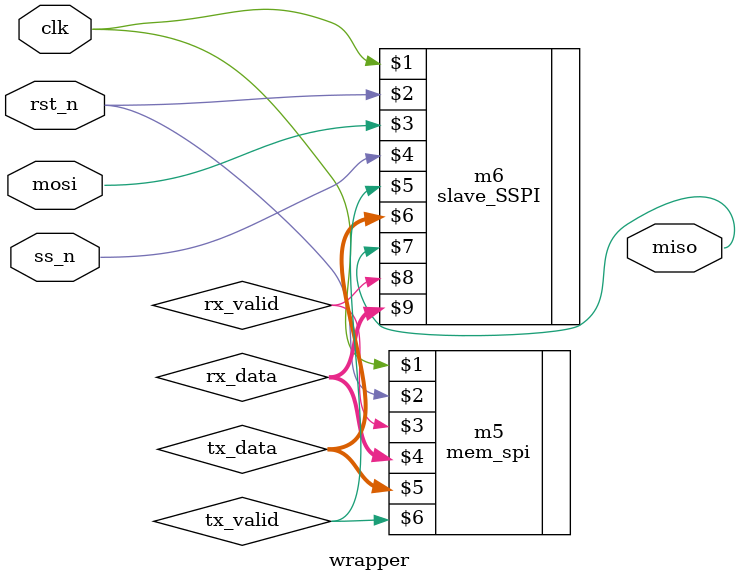
<source format=v>
module wrapper (mosi,ss_n,clk,rst_n,miso);

input mosi,ss_n,clk,rst_n;

output miso;

wire [9:0]rx_data ;
wire rx_valid,tx_valid;
wire [7:0]tx_data;

mem_spi m5(clk,rst_n,rx_valid,rx_data,tx_data,tx_valid);
slave_SSPI m6(clk,rst_n,mosi,ss_n,tx_valid,tx_data,miso,rx_valid,rx_data);

endmodule
</source>
